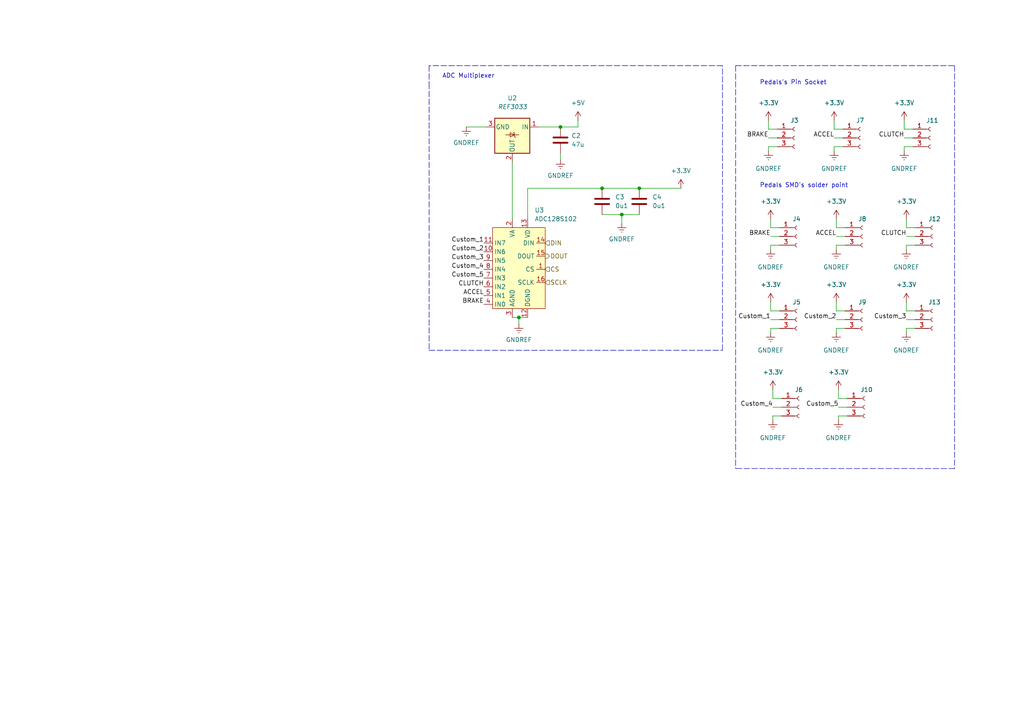
<source format=kicad_sch>
(kicad_sch (version 20211123) (generator eeschema)
  (paper "A4")
  (title_block (title "CAE32 pedals") (rev "2") (comment 1 "Desing by: janc18"))
  (lib_symbols
    (symbol "Connector:Conn_01x03_Female" (pin_names (offset 1.016) hide)
      (property "Reference" "J" (at 0 5.08 0))
      (property "Value" "Conn_01x03_Female" (at 0 -5.08 0))
      (symbol "Conn_01x03_Female_1_1"
        (arc (start 0 -2.032) (mid -0.508 -2.54) (end 0 -3.048) (stroke (width 0.1524)))
        (polyline (pts (xy -1.27 -2.54) (xy -0.508 -2.54)) (stroke (width 0.1524)))
        (polyline (pts (xy -1.27 0) (xy -0.508 0)) (stroke (width 0.1524)))
        (polyline (pts (xy -1.27 2.54) (xy -0.508 2.54)) (stroke (width 0.1524)))
        (arc (start 0 0.508) (mid -0.508 0) (end 0 -0.508) (stroke (width 0.1524)))
        (arc (start 0 3.048) (mid -0.508 2.54) (end 0 2.032) (stroke (width 0.1524)))
        (pin passive line (at -5.08 2.54 0) (length 3.81) (name "Pin_1") (number "1"))
        (pin passive line (at -5.08 0 0) (length 3.81) (name "Pin_2") (number "2"))
        (pin passive line (at -5.08 -2.54 0) (length 3.81) (name "Pin_3") (number "3"))
      )
    )
    (symbol "Device:C" (pin_numbers hide) (pin_names (offset 0.254))
      (property "Reference" "C" (at 0.635 2.54 0))
      (property "Value" "C" (at 0.635 -2.54 0))
      (symbol "C_0_1"
        (polyline (pts (xy -2.032 -0.762) (xy 2.032 -0.762)) (stroke (width 0.508)))
        (polyline (pts (xy -2.032 0.762) (xy 2.032 0.762)) (stroke (width 0.508)))
      )
      (symbol "C_1_1"
        (pin passive line (at 0 3.81 270) (length 2.794) (name "~") (number "1"))
        (pin passive line (at 0 -3.81 90) (length 2.794) (name "~") (number "2"))
      )
    )
    (symbol "GNDREF_1" (power) (pin_names (offset 0))
      (property "Value" "GNDREF_1" (at 0 -3.81 0))
      (symbol "GNDREF_1_0_1"
        (polyline (pts (xy -0.635 -1.905) (xy 0.635 -1.905)))
        (polyline (pts (xy -0.127 -2.54) (xy 0.127 -2.54)))
        (polyline (pts (xy 0 -1.27) (xy 0 0)))
        (polyline (pts (xy 1.27 -1.27) (xy -1.27 -1.27)))
      )
      (symbol "GNDREF_1_1_1"
        (pin power_in line (at 0 0 270) (length 0) hide (name "GNDREF") (number "1"))
      )
    )
    (symbol "Reference_Voltage:REF3033" (pin_names (offset 0.254))
      (property "Reference" "U" (at 0 6.35 0))
      (property "Value" "REF3033" (at 2.54 -6.35 0))
      (symbol "REF3033_0_1"
        (rectangle (start -5.08 5.08) (end 5.08 -5.08) (stroke (width 0.254)) (fill (type background)))
        (polyline (pts (xy -0.254 1.905) (xy -0.254 -1.905)))
        (polyline (pts (xy -0.889 -0.635) (xy 0.381 -0.635) (xy -0.254 0.635) (xy -0.889 -0.635)))
        (polyline (pts (xy 0.381 1.016) (xy 0.381 0.635) (xy -0.889 0.635) (xy -0.889 0.254)))
      )
      (symbol "REF3033_1_1"
        (pin power_in line (at -2.54 7.62 270) (length 2.54) (name "IN") (number "1"))
        (pin power_out line (at 7.62 0 180) (length 2.54) (name "OUT") (number "2"))
        (pin power_in line (at -2.54 -7.62 90) (length 2.54) (name "GND") (number "3"))
      )
    )
    (symbol "Rpizero:ADC128S102"
      (property "Reference" "U" (at 0 19.05 0))
      (property "Value" "ADC128S102" (at 0 16.51 0))
      (symbol "ADC128S102_0_1"
        (rectangle (start -7.62 10.795) (end 7.62 -12.7) (fill (type background)))
      )
      (symbol "ADC128S102_1_1"
        (pin input line (at 7.62 -1.27 180) (length 2.54) (name "CS") (number "1"))
        (pin input line (at -10.16 3.81 0) (length 2.54) (name "IN6") (number "10"))
        (pin input line (at -10.16 6.35 0) (length 2.54) (name "IN7") (number "11"))
        (pin input line (at 2.54 -15.24 90) (length 2.54) (name "DGND") (number "12"))
        (pin input line (at 2.54 13.335 270) (length 2.54) (name "VD") (number "13"))
        (pin input line (at 7.62 6.35 180) (length 2.54) (name "DIN") (number "14"))
        (pin input line (at 7.62 2.54 180) (length 2.54) (name "DOUT") (number "15"))
        (pin input line (at 7.62 -5.08 180) (length 2.54) (name "SCLK") (number "16"))
        (pin input line (at -1.905 13.335 270) (length 2.54) (name "VA") (number "2"))
        (pin input line (at -1.905 -15.24 90) (length 2.54) (name "AGND") (number "3"))
        (pin input line (at -10.16 -11.43 0) (length 2.54) (name "IN0") (number "4"))
        (pin input line (at -10.16 -8.89 0) (length 2.54) (name "IN1") (number "5"))
        (pin input line (at -10.16 -6.35 0) (length 2.54) (name "IN2") (number "6"))
        (pin input line (at -10.16 -3.81 0) (length 2.54) (name "IN3") (number "7"))
        (pin input line (at -10.16 -1.27 0) (length 2.54) (name "IN4") (number "8"))
        (pin input line (at -10.16 1.27 0) (length 2.54) (name "IN5") (number "9"))
      )
    )
    (symbol "power:+3.3V" (power) (pin_names (offset 0))
      (property "Value" "+3.3V" (at 0 3.556 0))
      (symbol "+3.3V_0_1"
        (polyline (pts (xy -0.762 1.27) (xy 0 2.54)))
        (polyline (pts (xy 0 0) (xy 0 2.54)))
        (polyline (pts (xy 0 2.54) (xy 0.762 1.27)))
      )
      (symbol "+3.3V_1_1"
        (pin power_in line (at 0 0 90) (length 0) hide (name "+3.3V") (number "1"))
      )
    )
    (symbol "power:+5V" (power) (pin_names (offset 0))
      (property "Value" "+5V" (at 0 3.556 0))
      (symbol "+5V_0_1"
        (polyline (pts (xy -0.762 1.27) (xy 0 2.54)))
        (polyline (pts (xy 0 0) (xy 0 2.54)))
        (polyline (pts (xy 0 2.54) (xy 0.762 1.27)))
      )
      (symbol "+5V_1_1"
        (pin power_in line (at 0 0 90) (length 0) hide (name "+5V") (number "1"))
      )
    )
    (symbol "power:GNDREF" (power) (pin_names (offset 0))
      (property "Value" "GNDREF" (at 0 -3.81 0))
      (symbol "GNDREF_0_1"
        (polyline (pts (xy -0.635 -1.905) (xy 0.635 -1.905)))
        (polyline (pts (xy -0.127 -2.54) (xy 0.127 -2.54)))
        (polyline (pts (xy 0 -1.27) (xy 0 0)))
        (polyline (pts (xy 1.27 -1.27) (xy -1.27 -1.27)))
      )
      (symbol "GNDREF_1_1"
        (pin power_in line (at 0 0 270) (length 0) hide (name "GNDREF") (number "1"))
      )
    )
  )
  (junction (at 185.42 54.61))
  (junction (at 180.34 62.23))
  (junction (at 150.495 92.075))
  (junction (at 162.56 36.83))
  (junction (at 174.625 54.61))
  (wire (pts (xy 262.255 40.005) (xy 264.795 40.005)))
  (wire (pts (xy 242.57 68.58) (xy 245.11 68.58)))
  (wire (pts (xy 223.52 72.39) (xy 223.52 71.12)))
  (wire (pts (xy 241.935 43.815) (xy 241.935 42.545)))
  (wire (pts (xy 242.57 96.52) (xy 242.57 95.25)))
  (wire (pts (xy 224.155 113.03) (xy 224.155 115.57)))
  (wire (pts (xy 222.885 43.815) (xy 222.885 42.545)))
  (wire (pts (xy 174.625 54.61) (xy 185.42 54.61)))
  (polyline (pts (xy 124.46 101.6) (xy 209.55 101.6)))
  (wire (pts (xy 262.89 92.71) (xy 265.43 92.71)))
  (polyline (pts (xy 209.55 19.05) (xy 124.46 19.05)))
  (wire (pts (xy 242.57 87.63) (xy 242.57 90.17)))
  (polyline (pts (xy 124.46 19.05) (xy 124.46 24.13)))
  (wire (pts (xy 262.255 42.545) (xy 264.795 42.545)))
  (wire (pts (xy 262.89 71.12) (xy 265.43 71.12)))
  (wire (pts (xy 153.035 54.61) (xy 174.625 54.61)))
  (wire (pts (xy 243.205 118.11) (xy 245.745 118.11)))
  (wire (pts (xy 223.52 87.63) (xy 223.52 90.17)))
  (polyline (pts (xy 124.46 24.13) (xy 124.46 101.6)))
  (wire (pts (xy 185.42 54.61) (xy 197.485 54.61)))
  (wire (pts (xy 224.155 121.92) (xy 224.155 120.65)))
  (wire (pts (xy 243.205 113.03) (xy 243.205 115.57)))
  (wire (pts (xy 262.255 34.925) (xy 262.255 37.465)))
  (wire (pts (xy 174.625 62.23) (xy 180.34 62.23)))
  (wire (pts (xy 162.56 44.45) (xy 162.56 46.355)))
  (wire (pts (xy 222.885 42.545) (xy 225.425 42.545)))
  (wire (pts (xy 242.57 63.5) (xy 242.57 66.04)))
  (wire (pts (xy 262.255 43.815) (xy 262.255 42.545)))
  (wire (pts (xy 224.155 118.11) (xy 226.695 118.11)))
  (wire (pts (xy 222.885 37.465) (xy 225.425 37.465)))
  (polyline (pts (xy 209.55 101.6) (xy 209.55 19.05)))
  (wire (pts (xy 153.035 63.5) (xy 153.035 54.61)))
  (wire (pts (xy 242.57 92.71) (xy 245.11 92.71)))
  (wire (pts (xy 222.885 40.005) (xy 225.425 40.005)))
  (polyline (pts (xy 213.36 19.05) (xy 213.36 135.89)))
  (polyline (pts (xy 213.36 19.05) (xy 276.86 19.05)))
  (wire (pts (xy 148.59 92.075) (xy 150.495 92.075)))
  (wire (pts (xy 223.52 66.04) (xy 226.06 66.04)))
  (wire (pts (xy 241.935 42.545) (xy 244.475 42.545)))
  (wire (pts (xy 242.57 90.17) (xy 245.11 90.17)))
  (wire (pts (xy 242.57 71.12) (xy 245.11 71.12)))
  (wire (pts (xy 262.89 90.17) (xy 265.43 90.17)))
  (wire (pts (xy 241.935 40.005) (xy 244.475 40.005)))
  (wire (pts (xy 242.57 95.25) (xy 245.11 95.25)))
  (wire (pts (xy 223.52 96.52) (xy 223.52 95.25)))
  (wire (pts (xy 150.495 92.075) (xy 150.495 93.98)))
  (wire (pts (xy 262.89 66.04) (xy 265.43 66.04)))
  (wire (pts (xy 241.935 37.465) (xy 244.475 37.465)))
  (wire (pts (xy 135.255 36.83) (xy 140.97 36.83)))
  (wire (pts (xy 262.89 95.25) (xy 265.43 95.25)))
  (wire (pts (xy 180.34 62.23) (xy 185.42 62.23)))
  (wire (pts (xy 262.255 37.465) (xy 264.795 37.465)))
  (wire (pts (xy 167.64 34.925) (xy 167.64 36.83)))
  (wire (pts (xy 241.935 34.925) (xy 241.935 37.465)))
  (wire (pts (xy 223.52 68.58) (xy 226.06 68.58)))
  (wire (pts (xy 148.59 46.99) (xy 148.59 63.5)))
  (wire (pts (xy 222.885 34.925) (xy 222.885 37.465)))
  (wire (pts (xy 262.89 96.52) (xy 262.89 95.25)))
  (wire (pts (xy 223.52 71.12) (xy 226.06 71.12)))
  (wire (pts (xy 223.52 90.17) (xy 226.06 90.17)))
  (wire (pts (xy 224.155 115.57) (xy 226.695 115.57)))
  (wire (pts (xy 262.89 63.5) (xy 262.89 66.04)))
  (wire (pts (xy 242.57 72.39) (xy 242.57 71.12)))
  (polyline (pts (xy 276.86 135.89) (xy 213.36 135.89)))
  (wire (pts (xy 180.34 62.23) (xy 180.34 64.77)))
  (wire (pts (xy 167.64 36.83) (xy 162.56 36.83)))
  (wire (pts (xy 243.205 115.57) (xy 245.745 115.57)))
  (wire (pts (xy 224.155 120.65) (xy 226.695 120.65)))
  (wire (pts (xy 243.205 121.92) (xy 243.205 120.65)))
  (wire (pts (xy 150.495 92.075) (xy 153.035 92.075)))
  (wire (pts (xy 156.21 36.83) (xy 162.56 36.83)))
  (wire (pts (xy 242.57 66.04) (xy 245.11 66.04)))
  (wire (pts (xy 262.89 68.58) (xy 265.43 68.58)))
  (wire (pts (xy 262.89 72.39) (xy 262.89 71.12)))
  (polyline (pts (xy 276.86 19.05) (xy 276.86 135.89)))
  (wire (pts (xy 223.52 63.5) (xy 223.52 66.04)))
  (wire (pts (xy 223.52 95.25) (xy 226.06 95.25)))
  (wire (pts (xy 243.205 120.65) (xy 245.745 120.65)))
  (wire (pts (xy 262.89 87.63) (xy 262.89 90.17)))
  (wire (pts (xy 223.52 92.71) (xy 226.06 92.71)))
  (text "ADC Multiplexer" (at 128.27 22.86 0) (effects (font (size 1.27 1.27)) (justify left bottom)))
  (text "Pedals's Pin Socket" (at 220.345 24.765 0) (effects (font (size 1.27 1.27)) (justify left bottom)))
  (text "Pedals SMD's solder point" (at 220.345 54.61 0) (effects (font (size 1.27 1.27)) (justify left bottom)))
  (label "CLUTCH" (at 262.255 40.005 180))
  (label "BRAKE" (at 222.885 40.005 180))
  (label "BRAKE" (at 223.52 68.58 180))
  (label "Custom_3" (at 262.89 92.71 180))
  (label "Custom_3" (at 140.335 75.565 180))
  (label "Custom_5" (at 243.205 118.11 180))
  (label "Custom_4" (at 140.335 78.105 180))
  (label "CLUTCH" (at 140.335 83.185 180))
  (label "Custom_1" (at 140.335 70.485 180))
  (label "Custom_5" (at 140.335 80.645 180))
  (label "BRAKE" (at 140.335 88.265 180))
  (label "ACCEL" (at 242.57 68.58 180))
  (label "Custom_2" (at 242.57 92.71 180))
  (label "ACCEL" (at 140.335 85.725 180))
  (label "CLUTCH" (at 262.89 68.58 180))
  (label "Custom_2" (at 140.335 73.025 180))
  (label "Custom_1" (at 223.52 92.71 180))
  (label "Custom_4" (at 224.155 118.11 180))
  (label "ACCEL" (at 241.935 40.005 180))
  (hierarchical_label "SCLK" (shape input) (at 158.115 81.915 0))
  (hierarchical_label "CS" (shape input) (at 158.115 78.105 0))
  (hierarchical_label "DOUT" (shape output) (at 158.115 74.295 0))
  (hierarchical_label "DIN" (shape input) (at 158.115 70.485 0))
  (symbol (lib_id "power:+3.3V") (at 223.52 87.63 0) (unit 1)
    (property "Reference" "#PWR023" (effects hide))
    (property "Value" "+3.3V" (at 223.52 82.55 0))
  )
  (symbol (lib_id "power:GNDREF") (at 241.935 43.815 0) (unit 1)
    (property "Reference" "#PWR028" (effects hide))
    (property "Value" "GNDREF" (at 241.935 48.895 0))
  )
  (symbol (lib_id "Connector:Conn_01x03_Female") (at 269.875 40.005 0) (unit 1)
    (property "Reference" "J11" (at 268.605 34.925 0) (effects (justify left)))
    (property "Value" "Conn_01x03_Female" (effects hide))
    (property "Footprint" "Connector_PinSocket_2.54mm:PinSocket_1x03_P2.54mm_Vertical" (effects hide))
  )
  (symbol (lib_id "Connector:Conn_01x03_Female") (at 250.19 92.71 0) (unit 1)
    (property "Reference" "J9" (at 248.92 87.63 0) (effects (justify left)))
    (property "Value" "Conn_01x03_Female" (effects hide))
    (property "Footprint" "Extra_components:1x3_pin" (effects hide))
  )
  (symbol (lib_id "Connector:Conn_01x03_Female") (at 231.14 68.58 0) (unit 1)
    (property "Reference" "J4" (at 229.87 63.5 0) (effects (justify left)))
    (property "Value" "Conn_01x03_Female" (effects hide))
    (property "Footprint" "Extra_components:1x3_pin" (effects hide))
  )
  (symbol (lib_id "power:GNDREF") (at 242.57 72.39 0) (unit 1)
    (property "Reference" "#PWR030" (effects hide))
    (property "Value" "GNDREF" (at 242.57 77.47 0))
  )
  (symbol (lib_name "GNDREF_1") (lib_id "power:GNDREF") (at 180.34 64.77 0) (unit 1)
    (property "Reference" "#PWR017" (effects hide))
    (property "Value" "GNDREF" (at 180.34 69.342 0))
  )
  (symbol (lib_id "power:+3.3V") (at 262.89 87.63 0) (unit 1)
    (property "Reference" "#PWR039" (effects hide))
    (property "Value" "+3.3V" (at 262.89 82.55 0))
  )
  (symbol (lib_id "power:+3.3V") (at 224.155 113.03 0) (unit 1)
    (property "Reference" "#PWR025" (effects hide))
    (property "Value" "+3.3V" (at 224.155 107.95 0))
  )
  (symbol (lib_id "power:GNDREF") (at 262.89 96.52 0) (unit 1)
    (property "Reference" "#PWR040" (effects hide))
    (property "Value" "GNDREF" (at 262.89 101.6 0))
  )
  (symbol (lib_id "power:+3.3V") (at 197.485 54.61 0) (unit 1)
    (property "Reference" "#PWR018" (effects hide))
    (property "Value" "+3.3V" (at 197.485 49.53 0))
  )
  (symbol (lib_id "power:GNDREF") (at 242.57 96.52 0) (unit 1)
    (property "Reference" "#PWR032" (effects hide))
    (property "Value" "GNDREF" (at 242.57 101.6 0))
  )
  (symbol (lib_id "power:+5V") (at 167.64 34.925 0) (unit 1)
    (property "Reference" "#PWR016" (effects hide))
    (property "Value" "+5V" (at 167.64 29.845 0))
  )
  (symbol (lib_name "GNDREF_1") (lib_id "power:GNDREF") (at 150.495 93.98 0) (unit 1)
    (property "Reference" "#PWR014" (effects hide))
    (property "Value" "GNDREF" (at 150.495 98.552 0))
  )
  (symbol (lib_id "power:+3.3V") (at 242.57 63.5 0) (unit 1)
    (property "Reference" "#PWR029" (effects hide))
    (property "Value" "+3.3V" (at 242.57 58.42 0))
  )
  (symbol (lib_id "power:+3.3V") (at 262.255 34.925 0) (unit 1)
    (property "Reference" "#PWR035" (effects hide))
    (property "Value" "+3.3V" (at 262.255 29.845 0))
  )
  (symbol (lib_id "Connector:Conn_01x03_Female") (at 249.555 40.005 0) (unit 1)
    (property "Reference" "J7" (at 248.285 34.925 0) (effects (justify left)))
    (property "Value" "Conn_01x03_Female" (effects hide))
    (property "Footprint" "Connector_PinSocket_2.54mm:PinSocket_1x03_P2.54mm_Vertical" (effects hide))
  )
  (symbol (lib_name "GNDREF_1") (lib_id "power:GNDREF") (at 162.56 46.355 0) (unit 1)
    (property "Reference" "#PWR015" (effects hide))
    (property "Value" "GNDREF" (at 162.56 50.927 0))
  )
  (symbol (lib_id "Device:C") (at 174.625 58.42 0) (unit 1)
    (property "Reference" "C3" (at 178.435 57.1499 0) (effects (justify left)))
    (property "Value" "0u1" (at 178.435 59.6899 0) (effects (justify left)))
    (property "Footprint" "Capacitor_SMD:C_0603_1608Metric_Pad1.08x0.95mm_HandSolder" (effects hide))
  )
  (symbol (lib_id "power:+3.3V") (at 262.89 63.5 0) (unit 1)
    (property "Reference" "#PWR037" (effects hide))
    (property "Value" "+3.3V" (at 262.89 58.42 0))
  )
  (symbol (lib_id "power:GNDREF") (at 222.885 43.815 0) (unit 1)
    (property "Reference" "#PWR020" (effects hide))
    (property "Value" "GNDREF" (at 222.885 48.895 0))
  )
  (symbol (lib_id "Device:C") (at 162.56 40.64 0) (unit 1)
    (property "Reference" "C2" (at 165.735 39.3699 0) (effects (justify left)))
    (property "Value" "47u" (at 165.735 41.9099 0) (effects (justify left)))
    (property "Footprint" "Capacitor_SMD:C_0603_1608Metric_Pad1.08x0.95mm_HandSolder" (effects hide))
  )
  (symbol (lib_id "Device:C") (at 185.42 58.42 0) (unit 1)
    (property "Reference" "C4" (at 189.23 57.1499 0) (effects (justify left)))
    (property "Value" "0u1" (at 189.23 59.6899 0) (effects (justify left)))
    (property "Footprint" "Capacitor_SMD:C_0603_1608Metric_Pad1.08x0.95mm_HandSolder" (effects hide))
  )
  (symbol (lib_id "power:+3.3V") (at 243.205 113.03 0) (unit 1)
    (property "Reference" "#PWR033" (effects hide))
    (property "Value" "+3.3V" (at 243.205 107.95 0))
  )
  (symbol (lib_id "Connector:Conn_01x03_Female") (at 270.51 68.58 0) (unit 1)
    (property "Reference" "J12" (at 269.24 63.5 0) (effects (justify left)))
    (property "Value" "Conn_01x03_Female" (effects hide))
    (property "Footprint" "Extra_components:1x3_pin" (effects hide))
  )
  (symbol (lib_id "power:GNDREF") (at 223.52 96.52 0) (unit 1)
    (property "Reference" "#PWR024" (effects hide))
    (property "Value" "GNDREF" (at 223.52 101.6 0))
  )
  (symbol (lib_id "Connector:Conn_01x03_Female") (at 250.825 118.11 0) (unit 1)
    (property "Reference" "J10" (at 249.555 113.03 0) (effects (justify left)))
    (property "Value" "Conn_01x03_Female" (effects hide))
    (property "Footprint" "Extra_components:1x3_pin" (effects hide))
  )
  (symbol (lib_id "Connector:Conn_01x03_Female") (at 250.19 68.58 0) (unit 1)
    (property "Reference" "J8" (at 248.92 63.5 0) (effects (justify left)))
    (property "Value" "Conn_01x03_Female" (effects hide))
    (property "Footprint" "Extra_components:1x3_pin" (effects hide))
  )
  (symbol (lib_id "power:GNDREF") (at 262.89 72.39 0) (unit 1)
    (property "Reference" "#PWR038" (effects hide))
    (property "Value" "GNDREF" (at 262.89 77.47 0))
  )
  (symbol (lib_id "power:GNDREF") (at 262.255 43.815 0) (unit 1)
    (property "Reference" "#PWR036" (effects hide))
    (property "Value" "GNDREF" (at 262.255 48.895 0))
  )
  (symbol (lib_id "Reference_Voltage:REF3033") (at 148.59 39.37 270) (unit 1)
    (property "Reference" "U2" (at 148.59 28.448 90))
    (property "Value" "REF3033" (at 148.59 30.988 90) (effects (font italic)))
    (property "Footprint" "Package_TO_SOT_SMD:SOT-23" (effects hide))
    (property "Datasheet" "http://www.ti.com/lit/ds/symlink/ref3033.pdf" (effects hide))
  )
  (symbol (lib_name "GNDREF_1") (lib_id "power:GNDREF") (at 135.255 36.83 0) (unit 1)
    (property "Reference" "#PWR013" (effects hide))
    (property "Value" "GNDREF" (at 135.255 41.402 0))
  )
  (symbol (lib_id "power:+3.3V") (at 242.57 87.63 0) (unit 1)
    (property "Reference" "#PWR031" (effects hide))
    (property "Value" "+3.3V" (at 242.57 82.55 0))
  )
  (symbol (lib_id "Rpizero:ADC128S102") (at 150.495 76.835 0) (unit 1)
    (property "Reference" "U3" (at 155.0544 60.96 0) (effects (justify left)))
    (property "Value" "ADC128S102" (at 155.0544 63.5 0) (effects (justify left)))
    (property "Footprint" "Package_SO:TSSOP-16_4.4x5mm_P0.65mm" (effects hide))
  )
  (symbol (lib_id "power:+3.3V") (at 223.52 63.5 0) (unit 1)
    (property "Reference" "#PWR021" (effects hide))
    (property "Value" "+3.3V" (at 223.52 58.42 0))
  )
  (symbol (lib_id "power:GNDREF") (at 243.205 121.92 0) (unit 1)
    (property "Reference" "#PWR034" (effects hide))
    (property "Value" "GNDREF" (at 243.205 127 0))
  )
  (symbol (lib_id "Connector:Conn_01x03_Female") (at 270.51 92.71 0) (unit 1)
    (property "Reference" "J13" (at 269.24 87.63 0) (effects (justify left)))
    (property "Value" "Conn_01x03_Female" (effects hide))
    (property "Footprint" "Extra_components:1x3_pin" (effects hide))
  )
  (symbol (lib_id "power:GNDREF") (at 224.155 121.92 0) (unit 1)
    (property "Reference" "#PWR026" (effects hide))
    (property "Value" "GNDREF" (at 224.155 127 0))
  )
  (symbol (lib_id "Connector:Conn_01x03_Female") (at 230.505 40.005 0) (unit 1)
    (property "Reference" "J3" (at 229.235 34.925 0) (effects (justify left)))
    (property "Value" "Conn_01x03_Female" (effects hide))
    (property "Footprint" "Connector_PinSocket_2.54mm:PinSocket_1x03_P2.54mm_Vertical" (effects hide))
  )
  (symbol (lib_id "power:+3.3V") (at 241.935 34.925 0) (unit 1)
    (property "Reference" "#PWR027" (effects hide))
    (property "Value" "+3.3V" (at 241.935 29.845 0))
  )
  (symbol (lib_id "power:+3.3V") (at 222.885 34.925 0) (unit 1)
    (property "Reference" "#PWR019" (effects hide))
    (property "Value" "+3.3V" (at 222.885 29.845 0))
  )
  (symbol (lib_id "Connector:Conn_01x03_Female") (at 231.775 118.11 0) (unit 1)
    (property "Reference" "J6" (at 230.505 113.03 0) (effects (justify left)))
    (property "Value" "Conn_01x03_Female" (effects hide))
    (property "Footprint" "Extra_components:1x3_pin" (effects hide))
  )
  (symbol (lib_id "power:GNDREF") (at 223.52 72.39 0) (unit 1)
    (property "Reference" "#PWR022" (effects hide))
    (property "Value" "GNDREF" (at 223.52 77.47 0))
  )
  (symbol (lib_id "Connector:Conn_01x03_Female") (at 231.14 92.71 0) (unit 1)
    (property "Reference" "J5" (at 229.87 87.63 0) (effects (justify left)))
    (property "Value" "Conn_01x03_Female" (effects hide))
    (property "Footprint" "Extra_components:1x3_pin" (effects hide))
  )
)
</source>
